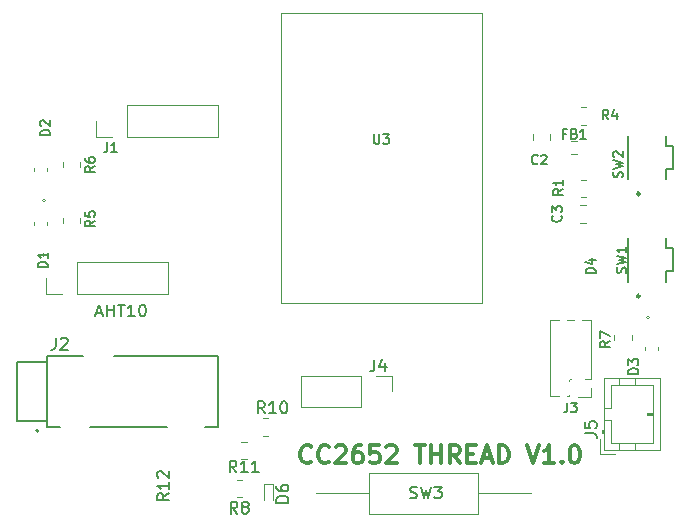
<source format=gbr>
%TF.GenerationSoftware,KiCad,Pcbnew,5.1.10-88a1d61d58~90~ubuntu20.04.1*%
%TF.CreationDate,2021-11-15T19:50:34+00:00*%
%TF.ProjectId,daughter_board,64617567-6874-4657-925f-626f6172642e,rev?*%
%TF.SameCoordinates,Original*%
%TF.FileFunction,Legend,Top*%
%TF.FilePolarity,Positive*%
%FSLAX46Y46*%
G04 Gerber Fmt 4.6, Leading zero omitted, Abs format (unit mm)*
G04 Created by KiCad (PCBNEW 5.1.10-88a1d61d58~90~ubuntu20.04.1) date 2021-11-15 19:50:34*
%MOMM*%
%LPD*%
G01*
G04 APERTURE LIST*
%ADD10C,0.300000*%
%ADD11C,0.120000*%
%ADD12C,0.127000*%
%ADD13C,0.200000*%
%ADD14C,0.250000*%
%ADD15C,0.150000*%
G04 APERTURE END LIST*
D10*
X126907142Y-128735714D02*
X126835714Y-128807142D01*
X126621428Y-128878571D01*
X126478571Y-128878571D01*
X126264285Y-128807142D01*
X126121428Y-128664285D01*
X126050000Y-128521428D01*
X125978571Y-128235714D01*
X125978571Y-128021428D01*
X126050000Y-127735714D01*
X126121428Y-127592857D01*
X126264285Y-127450000D01*
X126478571Y-127378571D01*
X126621428Y-127378571D01*
X126835714Y-127450000D01*
X126907142Y-127521428D01*
X128407142Y-128735714D02*
X128335714Y-128807142D01*
X128121428Y-128878571D01*
X127978571Y-128878571D01*
X127764285Y-128807142D01*
X127621428Y-128664285D01*
X127550000Y-128521428D01*
X127478571Y-128235714D01*
X127478571Y-128021428D01*
X127550000Y-127735714D01*
X127621428Y-127592857D01*
X127764285Y-127450000D01*
X127978571Y-127378571D01*
X128121428Y-127378571D01*
X128335714Y-127450000D01*
X128407142Y-127521428D01*
X128978571Y-127521428D02*
X129050000Y-127450000D01*
X129192857Y-127378571D01*
X129550000Y-127378571D01*
X129692857Y-127450000D01*
X129764285Y-127521428D01*
X129835714Y-127664285D01*
X129835714Y-127807142D01*
X129764285Y-128021428D01*
X128907142Y-128878571D01*
X129835714Y-128878571D01*
X131121428Y-127378571D02*
X130835714Y-127378571D01*
X130692857Y-127450000D01*
X130621428Y-127521428D01*
X130478571Y-127735714D01*
X130407142Y-128021428D01*
X130407142Y-128592857D01*
X130478571Y-128735714D01*
X130550000Y-128807142D01*
X130692857Y-128878571D01*
X130978571Y-128878571D01*
X131121428Y-128807142D01*
X131192857Y-128735714D01*
X131264285Y-128592857D01*
X131264285Y-128235714D01*
X131192857Y-128092857D01*
X131121428Y-128021428D01*
X130978571Y-127950000D01*
X130692857Y-127950000D01*
X130550000Y-128021428D01*
X130478571Y-128092857D01*
X130407142Y-128235714D01*
X132621428Y-127378571D02*
X131907142Y-127378571D01*
X131835714Y-128092857D01*
X131907142Y-128021428D01*
X132050000Y-127950000D01*
X132407142Y-127950000D01*
X132550000Y-128021428D01*
X132621428Y-128092857D01*
X132692857Y-128235714D01*
X132692857Y-128592857D01*
X132621428Y-128735714D01*
X132550000Y-128807142D01*
X132407142Y-128878571D01*
X132050000Y-128878571D01*
X131907142Y-128807142D01*
X131835714Y-128735714D01*
X133264285Y-127521428D02*
X133335714Y-127450000D01*
X133478571Y-127378571D01*
X133835714Y-127378571D01*
X133978571Y-127450000D01*
X134050000Y-127521428D01*
X134121428Y-127664285D01*
X134121428Y-127807142D01*
X134050000Y-128021428D01*
X133192857Y-128878571D01*
X134121428Y-128878571D01*
X135692857Y-127378571D02*
X136550000Y-127378571D01*
X136121428Y-128878571D02*
X136121428Y-127378571D01*
X137050000Y-128878571D02*
X137050000Y-127378571D01*
X137050000Y-128092857D02*
X137907142Y-128092857D01*
X137907142Y-128878571D02*
X137907142Y-127378571D01*
X139478571Y-128878571D02*
X138978571Y-128164285D01*
X138621428Y-128878571D02*
X138621428Y-127378571D01*
X139192857Y-127378571D01*
X139335714Y-127450000D01*
X139407142Y-127521428D01*
X139478571Y-127664285D01*
X139478571Y-127878571D01*
X139407142Y-128021428D01*
X139335714Y-128092857D01*
X139192857Y-128164285D01*
X138621428Y-128164285D01*
X140121428Y-128092857D02*
X140621428Y-128092857D01*
X140835714Y-128878571D02*
X140121428Y-128878571D01*
X140121428Y-127378571D01*
X140835714Y-127378571D01*
X141407142Y-128450000D02*
X142121428Y-128450000D01*
X141264285Y-128878571D02*
X141764285Y-127378571D01*
X142264285Y-128878571D01*
X142764285Y-128878571D02*
X142764285Y-127378571D01*
X143121428Y-127378571D01*
X143335714Y-127450000D01*
X143478571Y-127592857D01*
X143550000Y-127735714D01*
X143621428Y-128021428D01*
X143621428Y-128235714D01*
X143550000Y-128521428D01*
X143478571Y-128664285D01*
X143335714Y-128807142D01*
X143121428Y-128878571D01*
X142764285Y-128878571D01*
X145192857Y-127378571D02*
X145692857Y-128878571D01*
X146192857Y-127378571D01*
X147478571Y-128878571D02*
X146621428Y-128878571D01*
X147050000Y-128878571D02*
X147050000Y-127378571D01*
X146907142Y-127592857D01*
X146764285Y-127735714D01*
X146621428Y-127807142D01*
X148121428Y-128735714D02*
X148192857Y-128807142D01*
X148121428Y-128878571D01*
X148050000Y-128807142D01*
X148121428Y-128735714D01*
X148121428Y-128878571D01*
X149121428Y-127378571D02*
X149264285Y-127378571D01*
X149407142Y-127450000D01*
X149478571Y-127521428D01*
X149550000Y-127664285D01*
X149621428Y-127950000D01*
X149621428Y-128307142D01*
X149550000Y-128592857D01*
X149478571Y-128735714D01*
X149407142Y-128807142D01*
X149264285Y-128878571D01*
X149121428Y-128878571D01*
X148978571Y-128807142D01*
X148907142Y-128735714D01*
X148835714Y-128592857D01*
X148764285Y-128307142D01*
X148764285Y-127950000D01*
X148835714Y-127664285D01*
X148907142Y-127521428D01*
X148978571Y-127450000D01*
X149121428Y-127378571D01*
D11*
%TO.C,AHT10*%
X104470000Y-114530000D02*
X104470000Y-113200000D01*
X105800000Y-114530000D02*
X104470000Y-114530000D01*
X107070000Y-114530000D02*
X107070000Y-111870000D01*
X107070000Y-111870000D02*
X114750000Y-111870000D01*
X107070000Y-114530000D02*
X114750000Y-114530000D01*
X114750000Y-114530000D02*
X114750000Y-111870000D01*
D12*
%TO.C,J2*%
X104500000Y-125840000D02*
X104500000Y-125340000D01*
X104500000Y-125340000D02*
X104500000Y-120340000D01*
X104500000Y-120340000D02*
X104500000Y-119840000D01*
X104500000Y-119840000D02*
X107600000Y-119840000D01*
X110200000Y-119840000D02*
X119000000Y-119840000D01*
X119000000Y-119840000D02*
X119000000Y-125840000D01*
X104500000Y-125840000D02*
X105600000Y-125840000D01*
X108200000Y-125840000D02*
X114700000Y-125840000D01*
D13*
X103800000Y-126140000D02*
G75*
G03*
X103800000Y-126140000I-100000J0D01*
G01*
D12*
X117900000Y-125840000D02*
X119000000Y-125840000D01*
X104500000Y-120340000D02*
X102000000Y-120340000D01*
X102000000Y-120340000D02*
X102000000Y-125340000D01*
X102000000Y-125340000D02*
X104500000Y-125340000D01*
D11*
%TO.C,J5*%
X151380000Y-128090000D02*
X152630000Y-128090000D01*
X151380000Y-126840000D02*
X151380000Y-128090000D01*
X155790000Y-124730000D02*
X155290000Y-124730000D01*
X155290000Y-124630000D02*
X155790000Y-124630000D01*
X155290000Y-124830000D02*
X155290000Y-124630000D01*
X155790000Y-124830000D02*
X155290000Y-124830000D01*
X154290000Y-121670000D02*
X154290000Y-122280000D01*
X152990000Y-121670000D02*
X152990000Y-122280000D01*
X154290000Y-127790000D02*
X154290000Y-127180000D01*
X152990000Y-127790000D02*
X152990000Y-127180000D01*
X152290000Y-124230000D02*
X151680000Y-124230000D01*
X152290000Y-122280000D02*
X152290000Y-124230000D01*
X155790000Y-122280000D02*
X152290000Y-122280000D01*
X155790000Y-127180000D02*
X155790000Y-122280000D01*
X152290000Y-127180000D02*
X155790000Y-127180000D01*
X152290000Y-125230000D02*
X152290000Y-127180000D01*
X151680000Y-125230000D02*
X152290000Y-125230000D01*
X151580000Y-126030000D02*
X151580000Y-126330000D01*
X151480000Y-126330000D02*
X151680000Y-126330000D01*
X151480000Y-126030000D02*
X151480000Y-126330000D01*
X151680000Y-126030000D02*
X151480000Y-126030000D01*
X151680000Y-121670000D02*
X151680000Y-127790000D01*
X156400000Y-121670000D02*
X151680000Y-121670000D01*
X156400000Y-127790000D02*
X156400000Y-121670000D01*
X151680000Y-127790000D02*
X156400000Y-127790000D01*
%TO.C,R8*%
X121027064Y-130305000D02*
X120572936Y-130305000D01*
X121027064Y-131775000D02*
X120572936Y-131775000D01*
%TO.C,D6*%
X123700000Y-130670000D02*
X122900000Y-130670000D01*
X123700000Y-131970000D02*
X123700000Y-130670000D01*
X122900000Y-131970000D02*
X122900000Y-130670000D01*
%TO.C,SW3*%
X127280000Y-131420000D02*
X131780000Y-131420000D01*
X145520000Y-131420000D02*
X141020000Y-131420000D01*
X131780000Y-133140000D02*
X141020000Y-133140000D01*
X131780000Y-129700000D02*
X131780000Y-133140000D01*
X141020000Y-129700000D02*
X131780000Y-129700000D01*
X141020000Y-133140000D02*
X141020000Y-129700000D01*
%TO.C,R11*%
X121427064Y-127065000D02*
X120972936Y-127065000D01*
X121427064Y-128535000D02*
X120972936Y-128535000D01*
%TO.C,R10*%
X123227064Y-125065000D02*
X122772936Y-125065000D01*
X123227064Y-126535000D02*
X122772936Y-126535000D01*
%TO.C,J4*%
X133730000Y-121470000D02*
X133730000Y-122800000D01*
X132400000Y-121470000D02*
X133730000Y-121470000D01*
X131130000Y-121470000D02*
X131130000Y-124130000D01*
X131130000Y-124130000D02*
X125990000Y-124130000D01*
X131130000Y-121470000D02*
X125990000Y-121470000D01*
X125990000Y-121470000D02*
X125990000Y-124130000D01*
D14*
%TO.C,SW2*%
X154725000Y-106075000D02*
G75*
G03*
X154725000Y-106075000I-125000J0D01*
G01*
D15*
X157525000Y-102050000D02*
X157525000Y-103950000D01*
X156950000Y-102050000D02*
X157525000Y-102050000D01*
X156950000Y-103950000D02*
X157525000Y-103950000D01*
X156950000Y-102050000D02*
X156950000Y-101150000D01*
X156950000Y-104850000D02*
X156950000Y-103950000D01*
X153700000Y-101150000D02*
X153700000Y-104850000D01*
D14*
%TO.C,SW1*%
X154725000Y-114725000D02*
G75*
G03*
X154725000Y-114725000I-125000J0D01*
G01*
D15*
X157525000Y-110700000D02*
X157525000Y-112600000D01*
X156950000Y-110700000D02*
X157525000Y-110700000D01*
X156950000Y-112600000D02*
X157525000Y-112600000D01*
X156950000Y-110700000D02*
X156950000Y-109800000D01*
X156950000Y-113500000D02*
X156950000Y-112600000D01*
X153700000Y-109800000D02*
X153700000Y-113500000D01*
D11*
%TO.C,D3*%
X155525000Y-116540000D02*
G75*
G03*
X155525000Y-116540000I-125000J0D01*
G01*
X156250000Y-119065000D02*
X156250000Y-119315000D01*
X155150000Y-119065000D02*
X155150000Y-119315000D01*
%TO.C,D2*%
X104375000Y-106650000D02*
G75*
G03*
X104375000Y-106650000I-125000J0D01*
G01*
X103400000Y-104125000D02*
X103400000Y-103875000D01*
X104500000Y-104125000D02*
X104500000Y-103875000D01*
%TO.C,D1*%
X104375000Y-111250000D02*
G75*
G03*
X104375000Y-111250000I-125000J0D01*
G01*
X103400000Y-108725000D02*
X103400000Y-108475000D01*
X104500000Y-108725000D02*
X104500000Y-108475000D01*
%TO.C,R1*%
X150177064Y-104865000D02*
X149722936Y-104865000D01*
X150177064Y-106335000D02*
X149722936Y-106335000D01*
%TO.C,C3*%
X150161252Y-107040000D02*
X149638748Y-107040000D01*
X150161252Y-108510000D02*
X149638748Y-108510000D01*
%TO.C,FB1*%
X149404724Y-101627500D02*
X148895276Y-101627500D01*
X149404724Y-102672500D02*
X148895276Y-102672500D01*
%TO.C,J3*%
X150610000Y-116725000D02*
X149787530Y-116725000D01*
X147902470Y-116725000D02*
X147080000Y-116725000D01*
X149172470Y-116725000D02*
X148517530Y-116725000D01*
X150610000Y-121740000D02*
X150610000Y-116725000D01*
X147080000Y-123195000D02*
X147080000Y-116725000D01*
X150610000Y-121740000D02*
X150043471Y-121740000D01*
X148916529Y-121740000D02*
X148773471Y-121740000D01*
X148720000Y-121793471D02*
X148720000Y-121936529D01*
X148720000Y-123063471D02*
X148720000Y-123195000D01*
X148720000Y-123195000D02*
X148517530Y-123195000D01*
X147902470Y-123195000D02*
X147080000Y-123195000D01*
X150610000Y-122500000D02*
X150610000Y-123260000D01*
X150610000Y-123260000D02*
X149480000Y-123260000D01*
%TO.C,R7*%
X152565000Y-118477064D02*
X152565000Y-118022936D01*
X154035000Y-118477064D02*
X154035000Y-118022936D01*
%TO.C,R6*%
X105865000Y-103827064D02*
X105865000Y-103372936D01*
X107335000Y-103827064D02*
X107335000Y-103372936D01*
%TO.C,R5*%
X107335000Y-108085436D02*
X107335000Y-108539564D01*
X105865000Y-108085436D02*
X105865000Y-108539564D01*
%TO.C,R4*%
X150177064Y-100210000D02*
X149722936Y-100210000D01*
X150177064Y-98740000D02*
X149722936Y-98740000D01*
%TO.C,J1*%
X118975000Y-101230000D02*
X118975000Y-98570000D01*
X111295000Y-101230000D02*
X118975000Y-101230000D01*
X111295000Y-98570000D02*
X118975000Y-98570000D01*
X111295000Y-101230000D02*
X111295000Y-98570000D01*
X110025000Y-101230000D02*
X108695000Y-101230000D01*
X108695000Y-101230000D02*
X108695000Y-99900000D01*
%TO.C,C2*%
X145640000Y-101511252D02*
X145640000Y-100988748D01*
X147110000Y-101511252D02*
X147110000Y-100988748D01*
%TO.C,U3*%
X124330000Y-114710000D02*
X124350000Y-90750000D01*
X124350000Y-90750000D02*
X141350000Y-90750000D01*
X124330000Y-114710000D02*
X124330000Y-115310000D01*
X124330000Y-115310000D02*
X141330000Y-115310000D01*
X141330000Y-115310000D02*
X141350000Y-90750000D01*
%TO.C,AHT10*%
D15*
X108704761Y-116166666D02*
X109180952Y-116166666D01*
X108609523Y-116452380D02*
X108942857Y-115452380D01*
X109276190Y-116452380D01*
X109609523Y-116452380D02*
X109609523Y-115452380D01*
X109609523Y-115928571D02*
X110180952Y-115928571D01*
X110180952Y-116452380D02*
X110180952Y-115452380D01*
X110514285Y-115452380D02*
X111085714Y-115452380D01*
X110800000Y-116452380D02*
X110800000Y-115452380D01*
X111942857Y-116452380D02*
X111371428Y-116452380D01*
X111657142Y-116452380D02*
X111657142Y-115452380D01*
X111561904Y-115595238D01*
X111466666Y-115690476D01*
X111371428Y-115738095D01*
X112561904Y-115452380D02*
X112657142Y-115452380D01*
X112752380Y-115500000D01*
X112800000Y-115547619D01*
X112847619Y-115642857D01*
X112895238Y-115833333D01*
X112895238Y-116071428D01*
X112847619Y-116261904D01*
X112800000Y-116357142D01*
X112752380Y-116404761D01*
X112657142Y-116452380D01*
X112561904Y-116452380D01*
X112466666Y-116404761D01*
X112419047Y-116357142D01*
X112371428Y-116261904D01*
X112323809Y-116071428D01*
X112323809Y-115833333D01*
X112371428Y-115642857D01*
X112419047Y-115547619D01*
X112466666Y-115500000D01*
X112561904Y-115452380D01*
%TO.C,J2*%
X105266102Y-118251453D02*
X105266102Y-118966948D01*
X105218402Y-119110047D01*
X105123003Y-119205447D01*
X104979904Y-119253146D01*
X104884505Y-119253146D01*
X105695399Y-118346853D02*
X105743099Y-118299153D01*
X105838498Y-118251453D01*
X106076996Y-118251453D01*
X106172396Y-118299153D01*
X106220095Y-118346853D01*
X106267795Y-118442252D01*
X106267795Y-118537651D01*
X106220095Y-118680750D01*
X105647699Y-119253146D01*
X106267795Y-119253146D01*
%TO.C,J5*%
X150052380Y-126333333D02*
X150766666Y-126333333D01*
X150909523Y-126380952D01*
X151004761Y-126476190D01*
X151052380Y-126619047D01*
X151052380Y-126714285D01*
X150052380Y-125380952D02*
X150052380Y-125857142D01*
X150528571Y-125904761D01*
X150480952Y-125857142D01*
X150433333Y-125761904D01*
X150433333Y-125523809D01*
X150480952Y-125428571D01*
X150528571Y-125380952D01*
X150623809Y-125333333D01*
X150861904Y-125333333D01*
X150957142Y-125380952D01*
X151004761Y-125428571D01*
X151052380Y-125523809D01*
X151052380Y-125761904D01*
X151004761Y-125857142D01*
X150957142Y-125904761D01*
%TO.C,R12*%
X114852380Y-131442857D02*
X114376190Y-131776190D01*
X114852380Y-132014285D02*
X113852380Y-132014285D01*
X113852380Y-131633333D01*
X113900000Y-131538095D01*
X113947619Y-131490476D01*
X114042857Y-131442857D01*
X114185714Y-131442857D01*
X114280952Y-131490476D01*
X114328571Y-131538095D01*
X114376190Y-131633333D01*
X114376190Y-132014285D01*
X114852380Y-130490476D02*
X114852380Y-131061904D01*
X114852380Y-130776190D02*
X113852380Y-130776190D01*
X113995238Y-130871428D01*
X114090476Y-130966666D01*
X114138095Y-131061904D01*
X113947619Y-130109523D02*
X113900000Y-130061904D01*
X113852380Y-129966666D01*
X113852380Y-129728571D01*
X113900000Y-129633333D01*
X113947619Y-129585714D01*
X114042857Y-129538095D01*
X114138095Y-129538095D01*
X114280952Y-129585714D01*
X114852380Y-130157142D01*
X114852380Y-129538095D01*
%TO.C,R8*%
X120633333Y-133142380D02*
X120300000Y-132666190D01*
X120061904Y-133142380D02*
X120061904Y-132142380D01*
X120442857Y-132142380D01*
X120538095Y-132190000D01*
X120585714Y-132237619D01*
X120633333Y-132332857D01*
X120633333Y-132475714D01*
X120585714Y-132570952D01*
X120538095Y-132618571D01*
X120442857Y-132666190D01*
X120061904Y-132666190D01*
X121204761Y-132570952D02*
X121109523Y-132523333D01*
X121061904Y-132475714D01*
X121014285Y-132380476D01*
X121014285Y-132332857D01*
X121061904Y-132237619D01*
X121109523Y-132190000D01*
X121204761Y-132142380D01*
X121395238Y-132142380D01*
X121490476Y-132190000D01*
X121538095Y-132237619D01*
X121585714Y-132332857D01*
X121585714Y-132380476D01*
X121538095Y-132475714D01*
X121490476Y-132523333D01*
X121395238Y-132570952D01*
X121204761Y-132570952D01*
X121109523Y-132618571D01*
X121061904Y-132666190D01*
X121014285Y-132761428D01*
X121014285Y-132951904D01*
X121061904Y-133047142D01*
X121109523Y-133094761D01*
X121204761Y-133142380D01*
X121395238Y-133142380D01*
X121490476Y-133094761D01*
X121538095Y-133047142D01*
X121585714Y-132951904D01*
X121585714Y-132761428D01*
X121538095Y-132666190D01*
X121490476Y-132618571D01*
X121395238Y-132570952D01*
%TO.C,D6*%
X124952380Y-132208095D02*
X123952380Y-132208095D01*
X123952380Y-131970000D01*
X124000000Y-131827142D01*
X124095238Y-131731904D01*
X124190476Y-131684285D01*
X124380952Y-131636666D01*
X124523809Y-131636666D01*
X124714285Y-131684285D01*
X124809523Y-131731904D01*
X124904761Y-131827142D01*
X124952380Y-131970000D01*
X124952380Y-132208095D01*
X123952380Y-130779523D02*
X123952380Y-130970000D01*
X124000000Y-131065238D01*
X124047619Y-131112857D01*
X124190476Y-131208095D01*
X124380952Y-131255714D01*
X124761904Y-131255714D01*
X124857142Y-131208095D01*
X124904761Y-131160476D01*
X124952380Y-131065238D01*
X124952380Y-130874761D01*
X124904761Y-130779523D01*
X124857142Y-130731904D01*
X124761904Y-130684285D01*
X124523809Y-130684285D01*
X124428571Y-130731904D01*
X124380952Y-130779523D01*
X124333333Y-130874761D01*
X124333333Y-131065238D01*
X124380952Y-131160476D01*
X124428571Y-131208095D01*
X124523809Y-131255714D01*
%TO.C,SW3*%
X135266666Y-131804761D02*
X135409523Y-131852380D01*
X135647619Y-131852380D01*
X135742857Y-131804761D01*
X135790476Y-131757142D01*
X135838095Y-131661904D01*
X135838095Y-131566666D01*
X135790476Y-131471428D01*
X135742857Y-131423809D01*
X135647619Y-131376190D01*
X135457142Y-131328571D01*
X135361904Y-131280952D01*
X135314285Y-131233333D01*
X135266666Y-131138095D01*
X135266666Y-131042857D01*
X135314285Y-130947619D01*
X135361904Y-130900000D01*
X135457142Y-130852380D01*
X135695238Y-130852380D01*
X135838095Y-130900000D01*
X136171428Y-130852380D02*
X136409523Y-131852380D01*
X136600000Y-131138095D01*
X136790476Y-131852380D01*
X137028571Y-130852380D01*
X137314285Y-130852380D02*
X137933333Y-130852380D01*
X137600000Y-131233333D01*
X137742857Y-131233333D01*
X137838095Y-131280952D01*
X137885714Y-131328571D01*
X137933333Y-131423809D01*
X137933333Y-131661904D01*
X137885714Y-131757142D01*
X137838095Y-131804761D01*
X137742857Y-131852380D01*
X137457142Y-131852380D01*
X137361904Y-131804761D01*
X137314285Y-131757142D01*
%TO.C,R11*%
X120557142Y-129652380D02*
X120223809Y-129176190D01*
X119985714Y-129652380D02*
X119985714Y-128652380D01*
X120366666Y-128652380D01*
X120461904Y-128700000D01*
X120509523Y-128747619D01*
X120557142Y-128842857D01*
X120557142Y-128985714D01*
X120509523Y-129080952D01*
X120461904Y-129128571D01*
X120366666Y-129176190D01*
X119985714Y-129176190D01*
X121509523Y-129652380D02*
X120938095Y-129652380D01*
X121223809Y-129652380D02*
X121223809Y-128652380D01*
X121128571Y-128795238D01*
X121033333Y-128890476D01*
X120938095Y-128938095D01*
X122461904Y-129652380D02*
X121890476Y-129652380D01*
X122176190Y-129652380D02*
X122176190Y-128652380D01*
X122080952Y-128795238D01*
X121985714Y-128890476D01*
X121890476Y-128938095D01*
%TO.C,R10*%
X122957142Y-124652380D02*
X122623809Y-124176190D01*
X122385714Y-124652380D02*
X122385714Y-123652380D01*
X122766666Y-123652380D01*
X122861904Y-123700000D01*
X122909523Y-123747619D01*
X122957142Y-123842857D01*
X122957142Y-123985714D01*
X122909523Y-124080952D01*
X122861904Y-124128571D01*
X122766666Y-124176190D01*
X122385714Y-124176190D01*
X123909523Y-124652380D02*
X123338095Y-124652380D01*
X123623809Y-124652380D02*
X123623809Y-123652380D01*
X123528571Y-123795238D01*
X123433333Y-123890476D01*
X123338095Y-123938095D01*
X124528571Y-123652380D02*
X124623809Y-123652380D01*
X124719047Y-123700000D01*
X124766666Y-123747619D01*
X124814285Y-123842857D01*
X124861904Y-124033333D01*
X124861904Y-124271428D01*
X124814285Y-124461904D01*
X124766666Y-124557142D01*
X124719047Y-124604761D01*
X124623809Y-124652380D01*
X124528571Y-124652380D01*
X124433333Y-124604761D01*
X124385714Y-124557142D01*
X124338095Y-124461904D01*
X124290476Y-124271428D01*
X124290476Y-124033333D01*
X124338095Y-123842857D01*
X124385714Y-123747619D01*
X124433333Y-123700000D01*
X124528571Y-123652380D01*
%TO.C,J4*%
X132236666Y-120102380D02*
X132236666Y-120816666D01*
X132189047Y-120959523D01*
X132093809Y-121054761D01*
X131950952Y-121102380D01*
X131855714Y-121102380D01*
X133141428Y-120435714D02*
X133141428Y-121102380D01*
X132903333Y-120054761D02*
X132665238Y-120769047D01*
X133284285Y-120769047D01*
%TO.C,SW2*%
X153231904Y-104671309D02*
X153270952Y-104554166D01*
X153270952Y-104358928D01*
X153231904Y-104280833D01*
X153192857Y-104241785D01*
X153114761Y-104202738D01*
X153036666Y-104202738D01*
X152958571Y-104241785D01*
X152919523Y-104280833D01*
X152880476Y-104358928D01*
X152841428Y-104515119D01*
X152802380Y-104593214D01*
X152763333Y-104632261D01*
X152685238Y-104671309D01*
X152607142Y-104671309D01*
X152529047Y-104632261D01*
X152490000Y-104593214D01*
X152450952Y-104515119D01*
X152450952Y-104319880D01*
X152490000Y-104202738D01*
X152450952Y-103929404D02*
X153270952Y-103734166D01*
X152685238Y-103577976D01*
X153270952Y-103421785D01*
X152450952Y-103226547D01*
X152529047Y-102953214D02*
X152490000Y-102914166D01*
X152450952Y-102836071D01*
X152450952Y-102640833D01*
X152490000Y-102562738D01*
X152529047Y-102523690D01*
X152607142Y-102484642D01*
X152685238Y-102484642D01*
X152802380Y-102523690D01*
X153270952Y-102992261D01*
X153270952Y-102484642D01*
%TO.C,SW1*%
X153531904Y-112746309D02*
X153570952Y-112629166D01*
X153570952Y-112433928D01*
X153531904Y-112355833D01*
X153492857Y-112316785D01*
X153414761Y-112277738D01*
X153336666Y-112277738D01*
X153258571Y-112316785D01*
X153219523Y-112355833D01*
X153180476Y-112433928D01*
X153141428Y-112590119D01*
X153102380Y-112668214D01*
X153063333Y-112707261D01*
X152985238Y-112746309D01*
X152907142Y-112746309D01*
X152829047Y-112707261D01*
X152790000Y-112668214D01*
X152750952Y-112590119D01*
X152750952Y-112394880D01*
X152790000Y-112277738D01*
X152750952Y-112004404D02*
X153570952Y-111809166D01*
X152985238Y-111652976D01*
X153570952Y-111496785D01*
X152750952Y-111301547D01*
X153570952Y-110559642D02*
X153570952Y-111028214D01*
X153570952Y-110793928D02*
X152750952Y-110793928D01*
X152868095Y-110872023D01*
X152946190Y-110950119D01*
X152985238Y-111028214D01*
%TO.C,D3*%
X154570952Y-121307261D02*
X153750952Y-121307261D01*
X153750952Y-121112023D01*
X153790000Y-120994880D01*
X153868095Y-120916785D01*
X153946190Y-120877738D01*
X154102380Y-120838690D01*
X154219523Y-120838690D01*
X154375714Y-120877738D01*
X154453809Y-120916785D01*
X154531904Y-120994880D01*
X154570952Y-121112023D01*
X154570952Y-121307261D01*
X153750952Y-120565357D02*
X153750952Y-120057738D01*
X154063333Y-120331071D01*
X154063333Y-120213928D01*
X154102380Y-120135833D01*
X154141428Y-120096785D01*
X154219523Y-120057738D01*
X154414761Y-120057738D01*
X154492857Y-120096785D01*
X154531904Y-120135833D01*
X154570952Y-120213928D01*
X154570952Y-120448214D01*
X154531904Y-120526309D01*
X154492857Y-120565357D01*
%TO.C,D2*%
X104770952Y-101107261D02*
X103950952Y-101107261D01*
X103950952Y-100912023D01*
X103990000Y-100794880D01*
X104068095Y-100716785D01*
X104146190Y-100677738D01*
X104302380Y-100638690D01*
X104419523Y-100638690D01*
X104575714Y-100677738D01*
X104653809Y-100716785D01*
X104731904Y-100794880D01*
X104770952Y-100912023D01*
X104770952Y-101107261D01*
X104029047Y-100326309D02*
X103990000Y-100287261D01*
X103950952Y-100209166D01*
X103950952Y-100013928D01*
X103990000Y-99935833D01*
X104029047Y-99896785D01*
X104107142Y-99857738D01*
X104185238Y-99857738D01*
X104302380Y-99896785D01*
X104770952Y-100365357D01*
X104770952Y-99857738D01*
%TO.C,D1*%
X104570952Y-112307261D02*
X103750952Y-112307261D01*
X103750952Y-112112023D01*
X103790000Y-111994880D01*
X103868095Y-111916785D01*
X103946190Y-111877738D01*
X104102380Y-111838690D01*
X104219523Y-111838690D01*
X104375714Y-111877738D01*
X104453809Y-111916785D01*
X104531904Y-111994880D01*
X104570952Y-112112023D01*
X104570952Y-112307261D01*
X104570952Y-111057738D02*
X104570952Y-111526309D01*
X104570952Y-111292023D02*
X103750952Y-111292023D01*
X103868095Y-111370119D01*
X103946190Y-111448214D01*
X103985238Y-111526309D01*
%TO.C,R1*%
X148220952Y-105661666D02*
X147830476Y-105935000D01*
X148220952Y-106130238D02*
X147400952Y-106130238D01*
X147400952Y-105817857D01*
X147440000Y-105739761D01*
X147479047Y-105700714D01*
X147557142Y-105661666D01*
X147674285Y-105661666D01*
X147752380Y-105700714D01*
X147791428Y-105739761D01*
X147830476Y-105817857D01*
X147830476Y-106130238D01*
X148220952Y-104880714D02*
X148220952Y-105349285D01*
X148220952Y-105115000D02*
X147400952Y-105115000D01*
X147518095Y-105193095D01*
X147596190Y-105271190D01*
X147635238Y-105349285D01*
%TO.C,C3*%
X148017857Y-107911666D02*
X148056904Y-107950714D01*
X148095952Y-108067857D01*
X148095952Y-108145952D01*
X148056904Y-108263095D01*
X147978809Y-108341190D01*
X147900714Y-108380238D01*
X147744523Y-108419285D01*
X147627380Y-108419285D01*
X147471190Y-108380238D01*
X147393095Y-108341190D01*
X147315000Y-108263095D01*
X147275952Y-108145952D01*
X147275952Y-108067857D01*
X147315000Y-107950714D01*
X147354047Y-107911666D01*
X147275952Y-107638333D02*
X147275952Y-107130714D01*
X147588333Y-107404047D01*
X147588333Y-107286904D01*
X147627380Y-107208809D01*
X147666428Y-107169761D01*
X147744523Y-107130714D01*
X147939761Y-107130714D01*
X148017857Y-107169761D01*
X148056904Y-107208809D01*
X148095952Y-107286904D01*
X148095952Y-107521190D01*
X148056904Y-107599285D01*
X148017857Y-107638333D01*
%TO.C,FB1*%
X148466666Y-100966428D02*
X148193333Y-100966428D01*
X148193333Y-101395952D02*
X148193333Y-100575952D01*
X148583809Y-100575952D01*
X149169523Y-100966428D02*
X149286666Y-101005476D01*
X149325714Y-101044523D01*
X149364761Y-101122619D01*
X149364761Y-101239761D01*
X149325714Y-101317857D01*
X149286666Y-101356904D01*
X149208571Y-101395952D01*
X148896190Y-101395952D01*
X148896190Y-100575952D01*
X149169523Y-100575952D01*
X149247619Y-100615000D01*
X149286666Y-100654047D01*
X149325714Y-100732142D01*
X149325714Y-100810238D01*
X149286666Y-100888333D01*
X149247619Y-100927380D01*
X149169523Y-100966428D01*
X148896190Y-100966428D01*
X150145714Y-101395952D02*
X149677142Y-101395952D01*
X149911428Y-101395952D02*
X149911428Y-100575952D01*
X149833333Y-100693095D01*
X149755238Y-100771190D01*
X149677142Y-100810238D01*
%TO.C,D4*%
X150970952Y-112805238D02*
X150150952Y-112805238D01*
X150150952Y-112610000D01*
X150190000Y-112492857D01*
X150268095Y-112414761D01*
X150346190Y-112375714D01*
X150502380Y-112336666D01*
X150619523Y-112336666D01*
X150775714Y-112375714D01*
X150853809Y-112414761D01*
X150931904Y-112492857D01*
X150970952Y-112610000D01*
X150970952Y-112805238D01*
X150424285Y-111633809D02*
X150970952Y-111633809D01*
X150111904Y-111829047D02*
X150697619Y-112024285D01*
X150697619Y-111516666D01*
%TO.C,J3*%
X148571666Y-123745952D02*
X148571666Y-124331666D01*
X148532619Y-124448809D01*
X148454523Y-124526904D01*
X148337380Y-124565952D01*
X148259285Y-124565952D01*
X148884047Y-123745952D02*
X149391666Y-123745952D01*
X149118333Y-124058333D01*
X149235476Y-124058333D01*
X149313571Y-124097380D01*
X149352619Y-124136428D01*
X149391666Y-124214523D01*
X149391666Y-124409761D01*
X149352619Y-124487857D01*
X149313571Y-124526904D01*
X149235476Y-124565952D01*
X149001190Y-124565952D01*
X148923095Y-124526904D01*
X148884047Y-124487857D01*
%TO.C,R7*%
X152170952Y-118536666D02*
X151780476Y-118810000D01*
X152170952Y-119005238D02*
X151350952Y-119005238D01*
X151350952Y-118692857D01*
X151390000Y-118614761D01*
X151429047Y-118575714D01*
X151507142Y-118536666D01*
X151624285Y-118536666D01*
X151702380Y-118575714D01*
X151741428Y-118614761D01*
X151780476Y-118692857D01*
X151780476Y-119005238D01*
X151350952Y-118263333D02*
X151350952Y-117716666D01*
X152170952Y-118068095D01*
%TO.C,R6*%
X108570952Y-103736666D02*
X108180476Y-104010000D01*
X108570952Y-104205238D02*
X107750952Y-104205238D01*
X107750952Y-103892857D01*
X107790000Y-103814761D01*
X107829047Y-103775714D01*
X107907142Y-103736666D01*
X108024285Y-103736666D01*
X108102380Y-103775714D01*
X108141428Y-103814761D01*
X108180476Y-103892857D01*
X108180476Y-104205238D01*
X107750952Y-103033809D02*
X107750952Y-103190000D01*
X107790000Y-103268095D01*
X107829047Y-103307142D01*
X107946190Y-103385238D01*
X108102380Y-103424285D01*
X108414761Y-103424285D01*
X108492857Y-103385238D01*
X108531904Y-103346190D01*
X108570952Y-103268095D01*
X108570952Y-103111904D01*
X108531904Y-103033809D01*
X108492857Y-102994761D01*
X108414761Y-102955714D01*
X108219523Y-102955714D01*
X108141428Y-102994761D01*
X108102380Y-103033809D01*
X108063333Y-103111904D01*
X108063333Y-103268095D01*
X108102380Y-103346190D01*
X108141428Y-103385238D01*
X108219523Y-103424285D01*
%TO.C,R5*%
X108570952Y-108336666D02*
X108180476Y-108610000D01*
X108570952Y-108805238D02*
X107750952Y-108805238D01*
X107750952Y-108492857D01*
X107790000Y-108414761D01*
X107829047Y-108375714D01*
X107907142Y-108336666D01*
X108024285Y-108336666D01*
X108102380Y-108375714D01*
X108141428Y-108414761D01*
X108180476Y-108492857D01*
X108180476Y-108805238D01*
X107750952Y-107594761D02*
X107750952Y-107985238D01*
X108141428Y-108024285D01*
X108102380Y-107985238D01*
X108063333Y-107907142D01*
X108063333Y-107711904D01*
X108102380Y-107633809D01*
X108141428Y-107594761D01*
X108219523Y-107555714D01*
X108414761Y-107555714D01*
X108492857Y-107594761D01*
X108531904Y-107633809D01*
X108570952Y-107711904D01*
X108570952Y-107907142D01*
X108531904Y-107985238D01*
X108492857Y-108024285D01*
%TO.C,R4*%
X152063333Y-99770952D02*
X151790000Y-99380476D01*
X151594761Y-99770952D02*
X151594761Y-98950952D01*
X151907142Y-98950952D01*
X151985238Y-98990000D01*
X152024285Y-99029047D01*
X152063333Y-99107142D01*
X152063333Y-99224285D01*
X152024285Y-99302380D01*
X151985238Y-99341428D01*
X151907142Y-99380476D01*
X151594761Y-99380476D01*
X152766190Y-99224285D02*
X152766190Y-99770952D01*
X152570952Y-98911904D02*
X152375714Y-99497619D01*
X152883333Y-99497619D01*
%TO.C,J1*%
X109626666Y-101725952D02*
X109626666Y-102311666D01*
X109587619Y-102428809D01*
X109509523Y-102506904D01*
X109392380Y-102545952D01*
X109314285Y-102545952D01*
X110446666Y-102545952D02*
X109978095Y-102545952D01*
X110212380Y-102545952D02*
X110212380Y-101725952D01*
X110134285Y-101843095D01*
X110056190Y-101921190D01*
X109978095Y-101960238D01*
%TO.C,C2*%
X146063333Y-103492857D02*
X146024285Y-103531904D01*
X145907142Y-103570952D01*
X145829047Y-103570952D01*
X145711904Y-103531904D01*
X145633809Y-103453809D01*
X145594761Y-103375714D01*
X145555714Y-103219523D01*
X145555714Y-103102380D01*
X145594761Y-102946190D01*
X145633809Y-102868095D01*
X145711904Y-102790000D01*
X145829047Y-102750952D01*
X145907142Y-102750952D01*
X146024285Y-102790000D01*
X146063333Y-102829047D01*
X146375714Y-102829047D02*
X146414761Y-102790000D01*
X146492857Y-102750952D01*
X146688095Y-102750952D01*
X146766190Y-102790000D01*
X146805238Y-102829047D01*
X146844285Y-102907142D01*
X146844285Y-102985238D01*
X146805238Y-103102380D01*
X146336666Y-103570952D01*
X146844285Y-103570952D01*
%TO.C,U3*%
X132195238Y-101020952D02*
X132195238Y-101684761D01*
X132234285Y-101762857D01*
X132273333Y-101801904D01*
X132351428Y-101840952D01*
X132507619Y-101840952D01*
X132585714Y-101801904D01*
X132624761Y-101762857D01*
X132663809Y-101684761D01*
X132663809Y-101020952D01*
X132976190Y-101020952D02*
X133483809Y-101020952D01*
X133210476Y-101333333D01*
X133327619Y-101333333D01*
X133405714Y-101372380D01*
X133444761Y-101411428D01*
X133483809Y-101489523D01*
X133483809Y-101684761D01*
X133444761Y-101762857D01*
X133405714Y-101801904D01*
X133327619Y-101840952D01*
X133093333Y-101840952D01*
X133015238Y-101801904D01*
X132976190Y-101762857D01*
%TD*%
M02*

</source>
